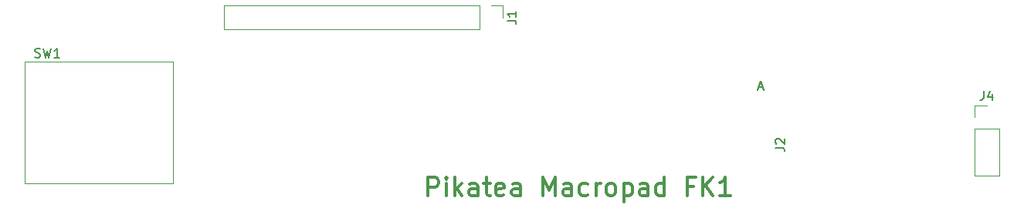
<source format=gbr>
%TF.GenerationSoftware,KiCad,Pcbnew,(5.1.5)-3*%
%TF.CreationDate,2021-10-28T23:15:05-05:00*%
%TF.ProjectId,Pikatea Macropad FK1,50696b61-7465-4612-904d-6163726f7061,rev?*%
%TF.SameCoordinates,Original*%
%TF.FileFunction,Legend,Top*%
%TF.FilePolarity,Positive*%
%FSLAX46Y46*%
G04 Gerber Fmt 4.6, Leading zero omitted, Abs format (unit mm)*
G04 Created by KiCad (PCBNEW (5.1.5)-3) date 2021-10-28 23:15:05*
%MOMM*%
%LPD*%
G04 APERTURE LIST*
%ADD10C,0.150000*%
%ADD11C,0.300000*%
%ADD12C,0.120000*%
G04 APERTURE END LIST*
D10*
X172735904Y-101004666D02*
X173212095Y-101004666D01*
X172640666Y-101290380D02*
X172974000Y-100290380D01*
X173307333Y-101290380D01*
D11*
X136511190Y-112918761D02*
X136511190Y-110918761D01*
X137273095Y-110918761D01*
X137463571Y-111014000D01*
X137558809Y-111109238D01*
X137654047Y-111299714D01*
X137654047Y-111585428D01*
X137558809Y-111775904D01*
X137463571Y-111871142D01*
X137273095Y-111966380D01*
X136511190Y-111966380D01*
X138511190Y-112918761D02*
X138511190Y-111585428D01*
X138511190Y-110918761D02*
X138415952Y-111014000D01*
X138511190Y-111109238D01*
X138606428Y-111014000D01*
X138511190Y-110918761D01*
X138511190Y-111109238D01*
X139463571Y-112918761D02*
X139463571Y-110918761D01*
X139654047Y-112156857D02*
X140225476Y-112918761D01*
X140225476Y-111585428D02*
X139463571Y-112347333D01*
X141939761Y-112918761D02*
X141939761Y-111871142D01*
X141844523Y-111680666D01*
X141654047Y-111585428D01*
X141273095Y-111585428D01*
X141082619Y-111680666D01*
X141939761Y-112823523D02*
X141749285Y-112918761D01*
X141273095Y-112918761D01*
X141082619Y-112823523D01*
X140987380Y-112633047D01*
X140987380Y-112442571D01*
X141082619Y-112252095D01*
X141273095Y-112156857D01*
X141749285Y-112156857D01*
X141939761Y-112061619D01*
X142606428Y-111585428D02*
X143368333Y-111585428D01*
X142892142Y-110918761D02*
X142892142Y-112633047D01*
X142987380Y-112823523D01*
X143177857Y-112918761D01*
X143368333Y-112918761D01*
X144796904Y-112823523D02*
X144606428Y-112918761D01*
X144225476Y-112918761D01*
X144035000Y-112823523D01*
X143939761Y-112633047D01*
X143939761Y-111871142D01*
X144035000Y-111680666D01*
X144225476Y-111585428D01*
X144606428Y-111585428D01*
X144796904Y-111680666D01*
X144892142Y-111871142D01*
X144892142Y-112061619D01*
X143939761Y-112252095D01*
X146606428Y-112918761D02*
X146606428Y-111871142D01*
X146511190Y-111680666D01*
X146320714Y-111585428D01*
X145939761Y-111585428D01*
X145749285Y-111680666D01*
X146606428Y-112823523D02*
X146415952Y-112918761D01*
X145939761Y-112918761D01*
X145749285Y-112823523D01*
X145654047Y-112633047D01*
X145654047Y-112442571D01*
X145749285Y-112252095D01*
X145939761Y-112156857D01*
X146415952Y-112156857D01*
X146606428Y-112061619D01*
X149082619Y-112918761D02*
X149082619Y-110918761D01*
X149749285Y-112347333D01*
X150415952Y-110918761D01*
X150415952Y-112918761D01*
X152225476Y-112918761D02*
X152225476Y-111871142D01*
X152130238Y-111680666D01*
X151939761Y-111585428D01*
X151558809Y-111585428D01*
X151368333Y-111680666D01*
X152225476Y-112823523D02*
X152035000Y-112918761D01*
X151558809Y-112918761D01*
X151368333Y-112823523D01*
X151273095Y-112633047D01*
X151273095Y-112442571D01*
X151368333Y-112252095D01*
X151558809Y-112156857D01*
X152035000Y-112156857D01*
X152225476Y-112061619D01*
X154035000Y-112823523D02*
X153844523Y-112918761D01*
X153463571Y-112918761D01*
X153273095Y-112823523D01*
X153177857Y-112728285D01*
X153082619Y-112537809D01*
X153082619Y-111966380D01*
X153177857Y-111775904D01*
X153273095Y-111680666D01*
X153463571Y-111585428D01*
X153844523Y-111585428D01*
X154035000Y-111680666D01*
X154892142Y-112918761D02*
X154892142Y-111585428D01*
X154892142Y-111966380D02*
X154987380Y-111775904D01*
X155082619Y-111680666D01*
X155273095Y-111585428D01*
X155463571Y-111585428D01*
X156415952Y-112918761D02*
X156225476Y-112823523D01*
X156130238Y-112728285D01*
X156035000Y-112537809D01*
X156035000Y-111966380D01*
X156130238Y-111775904D01*
X156225476Y-111680666D01*
X156415952Y-111585428D01*
X156701666Y-111585428D01*
X156892142Y-111680666D01*
X156987380Y-111775904D01*
X157082619Y-111966380D01*
X157082619Y-112537809D01*
X156987380Y-112728285D01*
X156892142Y-112823523D01*
X156701666Y-112918761D01*
X156415952Y-112918761D01*
X157939761Y-111585428D02*
X157939761Y-113585428D01*
X157939761Y-111680666D02*
X158130238Y-111585428D01*
X158511190Y-111585428D01*
X158701666Y-111680666D01*
X158796904Y-111775904D01*
X158892142Y-111966380D01*
X158892142Y-112537809D01*
X158796904Y-112728285D01*
X158701666Y-112823523D01*
X158511190Y-112918761D01*
X158130238Y-112918761D01*
X157939761Y-112823523D01*
X160606428Y-112918761D02*
X160606428Y-111871142D01*
X160511190Y-111680666D01*
X160320714Y-111585428D01*
X159939761Y-111585428D01*
X159749285Y-111680666D01*
X160606428Y-112823523D02*
X160415952Y-112918761D01*
X159939761Y-112918761D01*
X159749285Y-112823523D01*
X159654047Y-112633047D01*
X159654047Y-112442571D01*
X159749285Y-112252095D01*
X159939761Y-112156857D01*
X160415952Y-112156857D01*
X160606428Y-112061619D01*
X162415952Y-112918761D02*
X162415952Y-110918761D01*
X162415952Y-112823523D02*
X162225476Y-112918761D01*
X161844523Y-112918761D01*
X161654047Y-112823523D01*
X161558809Y-112728285D01*
X161463571Y-112537809D01*
X161463571Y-111966380D01*
X161558809Y-111775904D01*
X161654047Y-111680666D01*
X161844523Y-111585428D01*
X162225476Y-111585428D01*
X162415952Y-111680666D01*
X165558809Y-111871142D02*
X164892142Y-111871142D01*
X164892142Y-112918761D02*
X164892142Y-110918761D01*
X165844523Y-110918761D01*
X166606428Y-112918761D02*
X166606428Y-110918761D01*
X167749285Y-112918761D02*
X166892142Y-111775904D01*
X167749285Y-110918761D02*
X166606428Y-112061619D01*
X169654047Y-112918761D02*
X168511190Y-112918761D01*
X169082619Y-112918761D02*
X169082619Y-110918761D01*
X168892142Y-111204476D01*
X168701666Y-111394952D01*
X168511190Y-111490190D01*
D12*
%TO.C,J1*%
X144713000Y-92015000D02*
X144713000Y-93345000D01*
X143383000Y-92015000D02*
X144713000Y-92015000D01*
X142113000Y-92015000D02*
X142113000Y-94675000D01*
X142113000Y-94675000D02*
X114113000Y-94675000D01*
X142113000Y-92015000D02*
X114113000Y-92015000D01*
X114113000Y-92015000D02*
X114113000Y-94675000D01*
%TO.C,J4*%
X196430000Y-110720000D02*
X199090000Y-110720000D01*
X196430000Y-105580000D02*
X196430000Y-110720000D01*
X199090000Y-105580000D02*
X199090000Y-110720000D01*
X196430000Y-105580000D02*
X199090000Y-105580000D01*
X196430000Y-104310000D02*
X196430000Y-102980000D01*
X196430000Y-102980000D02*
X197760000Y-102980000D01*
%TO.C,SW1*%
X108500000Y-111600000D02*
X92300000Y-111600000D01*
X92300000Y-98200000D02*
X108500000Y-98200000D01*
X108500000Y-111600000D02*
X108500000Y-98200000D01*
X92300000Y-111600000D02*
X92300000Y-98200000D01*
%TO.C,J1*%
D10*
X145165380Y-93678333D02*
X145879666Y-93678333D01*
X146022523Y-93725952D01*
X146117761Y-93821190D01*
X146165380Y-93964047D01*
X146165380Y-94059285D01*
X146165380Y-92678333D02*
X146165380Y-93249761D01*
X146165380Y-92964047D02*
X145165380Y-92964047D01*
X145308238Y-93059285D01*
X145403476Y-93154523D01*
X145451095Y-93249761D01*
%TO.C,J2*%
X174585380Y-107648333D02*
X175299666Y-107648333D01*
X175442523Y-107695952D01*
X175537761Y-107791190D01*
X175585380Y-107934047D01*
X175585380Y-108029285D01*
X174680619Y-107219761D02*
X174633000Y-107172142D01*
X174585380Y-107076904D01*
X174585380Y-106838809D01*
X174633000Y-106743571D01*
X174680619Y-106695952D01*
X174775857Y-106648333D01*
X174871095Y-106648333D01*
X175013952Y-106695952D01*
X175585380Y-107267380D01*
X175585380Y-106648333D01*
%TO.C,J4*%
X197426666Y-101432380D02*
X197426666Y-102146666D01*
X197379047Y-102289523D01*
X197283809Y-102384761D01*
X197140952Y-102432380D01*
X197045714Y-102432380D01*
X198331428Y-101765714D02*
X198331428Y-102432380D01*
X198093333Y-101384761D02*
X197855238Y-102099047D01*
X198474285Y-102099047D01*
%TO.C,SW1*%
X93408666Y-97686761D02*
X93551523Y-97734380D01*
X93789619Y-97734380D01*
X93884857Y-97686761D01*
X93932476Y-97639142D01*
X93980095Y-97543904D01*
X93980095Y-97448666D01*
X93932476Y-97353428D01*
X93884857Y-97305809D01*
X93789619Y-97258190D01*
X93599142Y-97210571D01*
X93503904Y-97162952D01*
X93456285Y-97115333D01*
X93408666Y-97020095D01*
X93408666Y-96924857D01*
X93456285Y-96829619D01*
X93503904Y-96782000D01*
X93599142Y-96734380D01*
X93837238Y-96734380D01*
X93980095Y-96782000D01*
X94313428Y-96734380D02*
X94551523Y-97734380D01*
X94742000Y-97020095D01*
X94932476Y-97734380D01*
X95170571Y-96734380D01*
X96075333Y-97734380D02*
X95503904Y-97734380D01*
X95789619Y-97734380D02*
X95789619Y-96734380D01*
X95694380Y-96877238D01*
X95599142Y-96972476D01*
X95503904Y-97020095D01*
%TD*%
M02*

</source>
